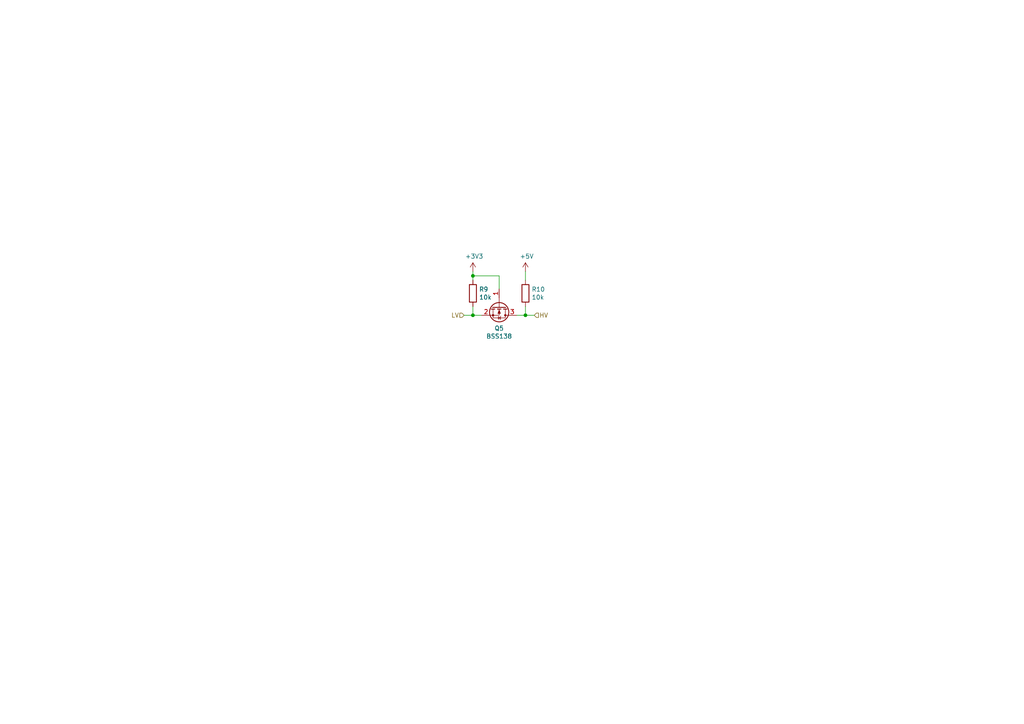
<source format=kicad_sch>
(kicad_sch (version 20211123) (generator eeschema)
  (paper "A4")
  (title_block (title "PMOD levelshifter") (date "2021-11-03") (rev "v1.0a") (comment 1 "Made by mole99"))
  (lib_symbols
    (symbol "Device:R" (pin_numbers hide) (pin_names (offset 0))
      (property "Reference" "R" (at 2.032 0 90))
      (property "Value" "R" (at 0 0 90))
      (symbol "R_0_1"
        (rectangle (start -1.016 -2.54) (end 1.016 2.54) (stroke (width 0.254)))
      )
      (symbol "R_1_1"
        (pin passive line (at 0 3.81 270) (length 1.27) (name "~") (number "1"))
        (pin passive line (at 0 -3.81 90) (length 1.27) (name "~") (number "2"))
      )
    )
    (symbol "Transistor_FET:BSS138" (pin_names hide)
      (property "Reference" "Q" (at 5.08 1.905 0))
      (property "Value" "BSS138" (at 5.08 0 0))
      (symbol "BSS138_0_1"
        (polyline (pts (xy 0.254 0) (xy -2.54 0)))
        (polyline (pts (xy 0.254 1.905) (xy 0.254 -1.905)) (stroke (width 0.254)))
        (polyline (pts (xy 0.762 -1.27) (xy 0.762 -2.286)) (stroke (width 0.254)))
        (polyline (pts (xy 0.762 0.508) (xy 0.762 -0.508)) (stroke (width 0.254)))
        (polyline (pts (xy 0.762 2.286) (xy 0.762 1.27)) (stroke (width 0.254)))
        (polyline (pts (xy 2.54 2.54) (xy 2.54 1.778)))
        (polyline (pts (xy 2.54 -2.54) (xy 2.54 0) (xy 0.762 0)))
        (polyline (pts (xy 0.762 -1.778) (xy 3.302 -1.778) (xy 3.302 1.778) (xy 0.762 1.778)))
        (polyline (pts (xy 1.016 0) (xy 2.032 0.381) (xy 2.032 -0.381) (xy 1.016 0)) (fill (type outline)))
        (polyline (pts (xy 2.794 0.508) (xy 2.921 0.381) (xy 3.683 0.381) (xy 3.81 0.254)))
        (polyline (pts (xy 3.302 0.381) (xy 2.921 -0.254) (xy 3.683 -0.254) (xy 3.302 0.381)))
        (circle (center 1.651 0) (radius 2.794) (stroke (width 0.254)))
        (circle (center 2.54 -1.778) (radius 0.254) (fill (type outline)))
        (circle (center 2.54 1.778) (radius 0.254) (fill (type outline)))
      )
      (symbol "BSS138_1_1"
        (pin input line (at -5.08 0 0) (length 2.54) (name "G") (number "1"))
        (pin passive line (at 2.54 -5.08 90) (length 2.54) (name "S") (number "2"))
        (pin passive line (at 2.54 5.08 270) (length 2.54) (name "D") (number "3"))
      )
    )
    (symbol "power:+3.3V" (power) (pin_names (offset 0))
      (property "Value" "+3.3V" (at 0 3.556 0))
      (symbol "+3.3V_0_1"
        (polyline (pts (xy -0.762 1.27) (xy 0 2.54)))
        (polyline (pts (xy 0 0) (xy 0 2.54)))
        (polyline (pts (xy 0 2.54) (xy 0.762 1.27)))
      )
      (symbol "+3.3V_1_1"
        (pin power_in line (at 0 0 90) (length 0) hide (name "+3V3") (number "1"))
      )
    )
    (symbol "power:+5V" (power) (pin_names (offset 0))
      (property "Value" "+5V" (at 0 3.556 0))
      (symbol "+5V_0_1"
        (polyline (pts (xy -0.762 1.27) (xy 0 2.54)))
        (polyline (pts (xy 0 0) (xy 0 2.54)))
        (polyline (pts (xy 0 2.54) (xy 0.762 1.27)))
      )
      (symbol "+5V_1_1"
        (pin power_in line (at 0 0 90) (length 0) hide (name "+5V") (number "1"))
      )
    )
  )
  (junction (at 137.16 80.01))
  (junction (at 137.16 91.44))
  (junction (at 152.4 91.44))
  (wire (pts (xy 144.78 83.82) (xy 144.78 80.01)))
  (wire (pts (xy 137.16 91.44) (xy 139.7 91.44)))
  (wire (pts (xy 144.78 80.01) (xy 137.16 80.01)))
  (wire (pts (xy 152.4 91.44) (xy 154.94 91.44)))
  (wire (pts (xy 152.4 88.9) (xy 152.4 91.44)))
  (wire (pts (xy 137.16 80.01) (xy 137.16 78.74)))
  (wire (pts (xy 137.16 88.9) (xy 137.16 91.44)))
  (wire (pts (xy 152.4 78.74) (xy 152.4 81.28)))
  (wire (pts (xy 137.16 81.28) (xy 137.16 80.01)))
  (wire (pts (xy 134.62 91.44) (xy 137.16 91.44)))
  (wire (pts (xy 149.86 91.44) (xy 152.4 91.44)))
  (hierarchical_label "LV" (shape input) (at 134.62 91.44 180))
  (hierarchical_label "HV" (shape input) (at 154.94 91.44 0))
  (symbol (lib_id "power:+5V") (at 152.4 78.74 0)
    (property "Reference" "#PWR0115" (effects hide))
    (property "Value" "+5V" (at 152.781 74.3458 0))
  )
  (symbol (lib_id "power:+3.3V") (at 137.16 78.74 0)
    (property "Reference" "#PWR0116" (effects hide))
    (property "Value" "+3.3V" (at 137.541 74.3458 0))
  )
  (symbol (lib_id "Device:R") (at 152.4 85.09 0)
    (property "Reference" "R10" (at 154.178 83.9216 0) (effects (justify left)))
    (property "Value" "10k" (at 154.178 86.233 0) (effects (justify left)))
    (property "Footprint" "Resistor_SMD:R_0805_2012Metric" (effects hide))
  )
  (symbol (lib_id "Device:R") (at 137.16 85.09 0)
    (property "Reference" "R9" (at 138.938 83.9216 0) (effects (justify left)))
    (property "Value" "10k" (at 138.938 86.233 0) (effects (justify left)))
    (property "Footprint" "Resistor_SMD:R_0805_2012Metric" (effects hide))
  )
  (symbol (lib_id "Transistor_FET:BSS138") (at 144.78 88.9 270)
    (property "Reference" "Q5" (at 144.78 95.2246 90))
    (property "Value" "BSS138" (at 144.78 97.536 90))
    (property "Footprint" "Package_TO_SOT_SMD:SOT-23" (effects hide))
    (property "Datasheet" "https://www.fairchildsemi.com/datasheets/BS/BSS138.pdf" (effects hide))
    (property "Spice_Primitive" "X" (effects hide))
    (property "Spice_Model" "BSS138/ZTX" (effects hide))
    (property "Spice_Netlist_Enabled" "Y" (effects hide))
    (property "Spice_Lib_File" "spice/BSS138.spice" (effects hide))
  )
)
</source>
